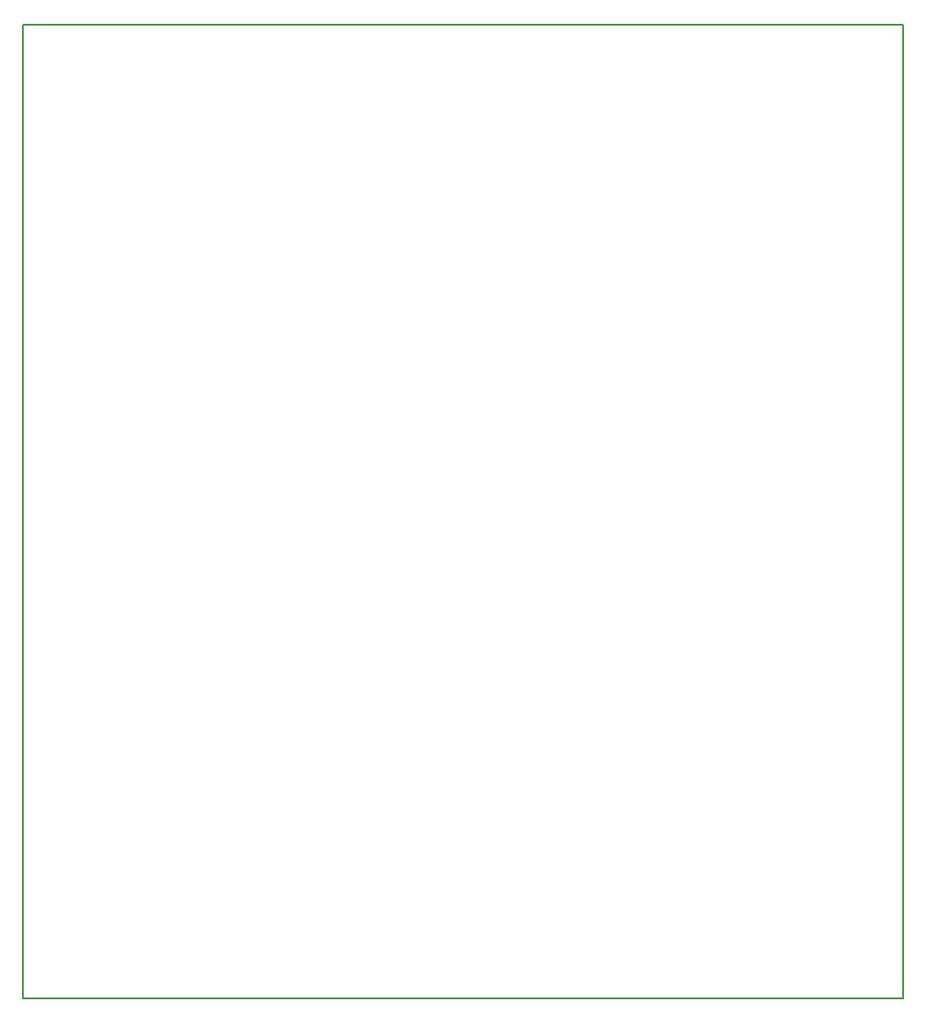
<source format=gm1>
G04 #@! TF.GenerationSoftware,KiCad,Pcbnew,5.0.2-bee76a0~70~ubuntu18.04.1*
G04 #@! TF.CreationDate,2019-02-28T13:46:31+03:00*
G04 #@! TF.ProjectId,sensor-node,73656e73-6f72-42d6-9e6f-64652e6b6963,1*
G04 #@! TF.SameCoordinates,Original*
G04 #@! TF.FileFunction,Profile,NP*
%FSLAX46Y46*%
G04 Gerber Fmt 4.6, Leading zero omitted, Abs format (unit mm)*
G04 Created by KiCad (PCBNEW 5.0.2-bee76a0~70~ubuntu18.04.1) date Thu 28 Feb 2019 13:46:31 EAT*
%MOMM*%
%LPD*%
G01*
G04 APERTURE LIST*
%ADD10C,0.200000*%
G04 APERTURE END LIST*
D10*
X93010000Y-66210000D02*
X174410000Y-66210000D01*
X174410000Y-156210000D02*
X174410000Y-66210000D01*
X93010000Y-156210000D02*
X174410000Y-156210000D01*
X93010000Y-156210000D02*
X93010000Y-66210000D01*
M02*

</source>
